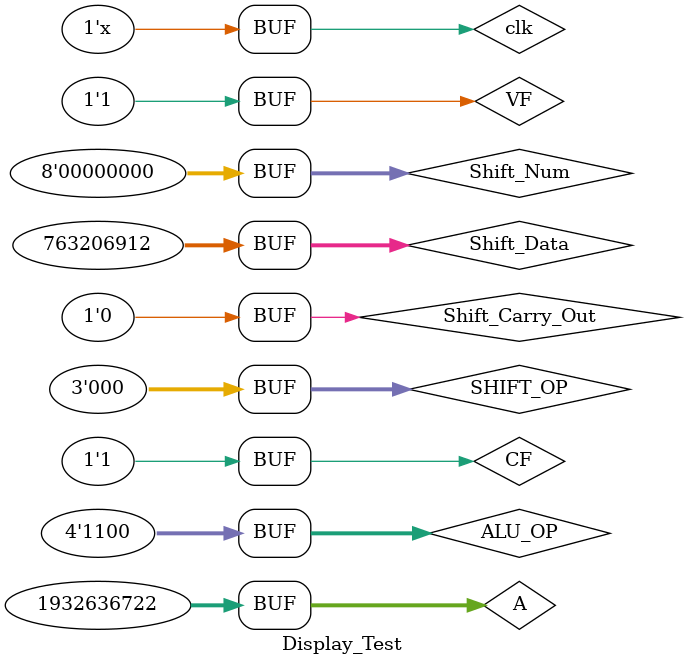
<source format=v>
`timescale 1ns / 1ps
module Display_Test();
    reg clk = 0;
    reg [32:1] Shift_Data; 
    reg [8:1] Shift_Num; 
    reg [3:1] SHIFT_OP;
    
    reg [4:1] ALU_OP;
    reg CF,VF;
    wire [32:1] Shift_Out;
    reg [32:1] A;
    wire Shift_Carry_Out=0;
    wire enable;
    wire [32:1] F;
    wire [4:1] NZCV;
    always #0.01 clk = ~clk; // 0.01ns == 10ps
    initial begin
        SHIFT_OP=3'b001; Shift_Num=8'd3;
        Shift_Data = 32'h3ac50001;
        ALU_OP=4'b0101; 
        A = 32'h9a4d882b;
        CF=1'b1; VF=1'b0;
        #100;
        
        SHIFT_OP=3'b000; Shift_Num=8'd35;
        Shift_Data = 32'h2342689a;
        ALU_OP=4'b1100;
        A = 32'hee34fa12;
        CF=1'b0; VF=1'b1;
        #100;
        
        SHIFT_OP=3'b010; Shift_Num=8'd0;
        Shift_Data = 32'hf0000000;
        ALU_OP=4'b0001;
        A = 32'h8b49da1f;
        CF=1'b0; VF=1'b0;
        #100;
        
        SHIFT_OP=3'b010; Shift_Num=8'd12;
        Shift_Data = 32'h5f5555f5;
        ALU_OP=4'b0111;
        A = 32'h98463f4f;
        CF=1'b0; VF=1'b0;
        #100;
        
        SHIFT_OP=3'b100; Shift_Num=8'd6;
        Shift_Data = 32'h8a9d029d;
        ALU_OP=4'b1010;
        A = 32'h4b5c6d7e;
        CF=1'b1; VF=1'b1;
        #100;

        SHIFT_OP=3'b101; Shift_Num=8'd40;
        Shift_Data = 32'h8a9d029d;
        ALU_OP=4'b1101;
        A = 32'hbcdef123;
        CF=1'b1; VF=1'b1;
        #100;

        SHIFT_OP=3'b111; Shift_Num=8'd0;
        Shift_Data = 32'h888ee888;
        ALU_OP=4'b1111;
        A = 32'h3343dacd;
        CF=1'b0; VF=1'b1;
        #100;

        SHIFT_OP=3'b110; Shift_Num=8'd1;
        Shift_Data = 32'h3f3f3f3f;
        ALU_OP=4'b0011;
        A = 32'h87654321;
        CF=1'b1; VF=1'b0;
        #100;

        SHIFT_OP=3'b000; Shift_Num=8'd0;
        Shift_Data = 32'h2d7d9d00;
        ALU_OP=4'b1100;
        A = 32'h7331b232;
        CF=1'b1; VF=1'b1;
        //#100;        
        
    end  
    
    Shift Shift_Instance(.clk(clk),.SHIFT_OP(SHIFT_OP),.Shift_Data(Shift_Data),.Shift_Num(Shift_Num),.Carry_flag(CF),.Shift_Out(Shift_Out),.Shift_Carry_Out(Shift_Carry_Out));
    ALU ALU_Instance(ALU_OP,A,Shift_Out,Shift_Carry_Out,CF,VF,NZCV,F);
endmodule
</source>
